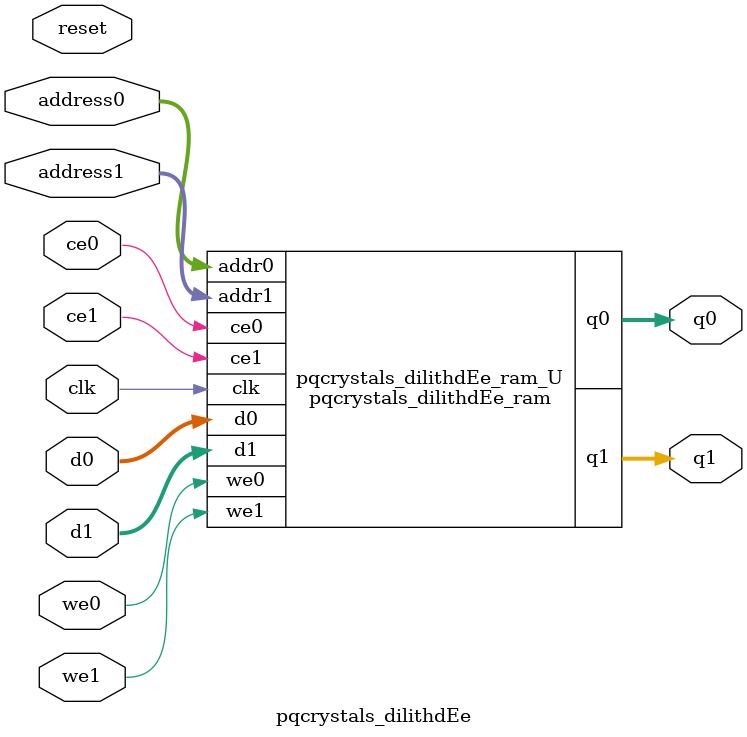
<source format=v>
`timescale 1 ns / 1 ps
module pqcrystals_dilithdEe_ram (addr0, ce0, d0, we0, q0, addr1, ce1, d1, we1, q1,  clk);

parameter DWIDTH = 8;
parameter AWIDTH = 10;
parameter MEM_SIZE = 842;

input[AWIDTH-1:0] addr0;
input ce0;
input[DWIDTH-1:0] d0;
input we0;
output reg[DWIDTH-1:0] q0;
input[AWIDTH-1:0] addr1;
input ce1;
input[DWIDTH-1:0] d1;
input we1;
output reg[DWIDTH-1:0] q1;
input clk;

(* ram_style = "block" *)reg [DWIDTH-1:0] ram[0:MEM_SIZE-1];




always @(posedge clk)  
begin 
    if (ce0) begin
        if (we0) 
            ram[addr0] <= d0; 
        q0 <= ram[addr0];
    end
end


always @(posedge clk)  
begin 
    if (ce1) begin
        if (we1) 
            ram[addr1] <= d1; 
        q1 <= ram[addr1];
    end
end


endmodule

`timescale 1 ns / 1 ps
module pqcrystals_dilithdEe(
    reset,
    clk,
    address0,
    ce0,
    we0,
    d0,
    q0,
    address1,
    ce1,
    we1,
    d1,
    q1);

parameter DataWidth = 32'd8;
parameter AddressRange = 32'd842;
parameter AddressWidth = 32'd10;
input reset;
input clk;
input[AddressWidth - 1:0] address0;
input ce0;
input we0;
input[DataWidth - 1:0] d0;
output[DataWidth - 1:0] q0;
input[AddressWidth - 1:0] address1;
input ce1;
input we1;
input[DataWidth - 1:0] d1;
output[DataWidth - 1:0] q1;



pqcrystals_dilithdEe_ram pqcrystals_dilithdEe_ram_U(
    .clk( clk ),
    .addr0( address0 ),
    .ce0( ce0 ),
    .we0( we0 ),
    .d0( d0 ),
    .q0( q0 ),
    .addr1( address1 ),
    .ce1( ce1 ),
    .we1( we1 ),
    .d1( d1 ),
    .q1( q1 ));

endmodule


</source>
